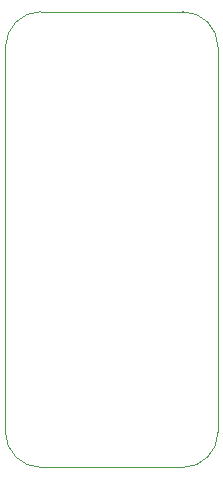
<source format=gbr>
%TF.GenerationSoftware,Altium Limited,Altium Designer,20.0.10 (225)*%
G04 Layer_Color=0*
%FSLAX26Y26*%
%MOIN*%
%TF.FileFunction,Profile,NP*%
%TF.Part,Single*%
G01*
G75*
%TA.AperFunction,Profile*%
%ADD25C,0.001000*%
D25*
X3700787Y3464567D02*
G03*
X3818898Y3346457I118110J0D01*
G01*
X4291339D01*
D02*
G03*
X4409449Y3464567I0J118110D01*
G01*
Y4747638D01*
D02*
G03*
X4291339Y4865748I-118110J0D01*
G01*
X3818898D01*
D02*
G03*
X3700787Y4747638I0J-118110D01*
G01*
Y3464567D01*
%TF.MD5,4e0d551216c141b0f419914b5d511d4d*%
M02*

</source>
